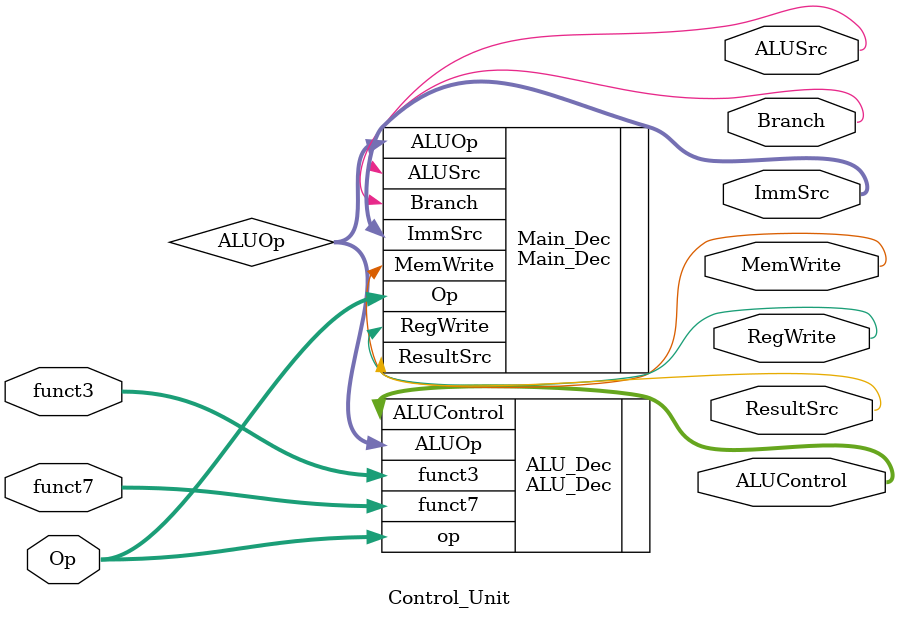
<source format=v>
`include "ALU_Dec.v"
`include "Main_Dec.v"

module Control_Unit(Op,RegWrite,ImmSrc,ALUSrc,MemWrite,ResultSrc,Branch,funct3,funct7,ALUControl);

    input [6:0]Op,funct7;
    input [2:0]funct3;
    output RegWrite,ALUSrc,MemWrite,ResultSrc,Branch;
    output [1:0]ImmSrc;
    output [2:0]ALUControl;

    wire [1:0]ALUOp;

    Main_Dec Main_Dec(
                .Op(Op),
                .RegWrite(RegWrite),
                .ImmSrc(ImmSrc),
                .MemWrite(MemWrite),
                .ResultSrc(ResultSrc),
                .Branch(Branch),
                .ALUSrc(ALUSrc),
                .ALUOp(ALUOp)
    );

    ALU_Dec ALU_Dec(
                            .ALUOp(ALUOp),
                            .funct3(funct3),
                            .funct7(funct7),
                            .op(Op),
                            .ALUControl(ALUControl)
    );


endmodule
</source>
